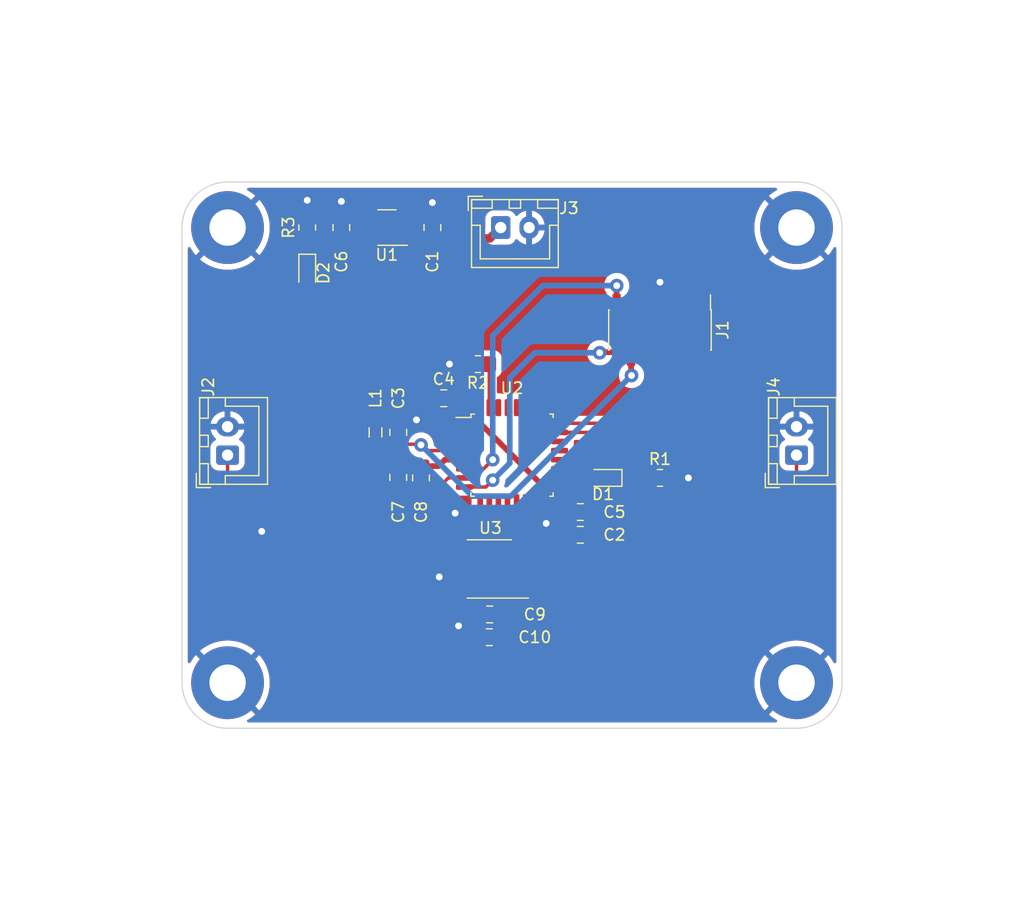
<source format=kicad_pcb>
(kicad_pcb (version 20211014) (generator pcbnew)
  (layers (0 "F.Cu" signal) (31 "B.Cu" signal) (34 "B.Paste" user) (35 "F.Paste" user) (36 "B.SilkS" user "B.Silkscreen") (37 "F.SilkS" user "F.Silkscreen") (38 "B.Mask" user) (39 "F.Mask" user) (44 "Edge.Cuts" user))
  (net 0 "")
  (net 1 "+3V3")
  (net 2 "GND")
  (net 3 "+5V")
  (net 4 "+3.3VA")
  (net 5 "Net-(D1-Pad1)")
  (net 6 "LED_STATUS")
  (net 7 "Net-(D2-Pad1)")
  (net 10 "SWDIO")
  (net 11 "SWDCK")
  (net 15 "NRST")
  (net 16 "USART2_RX")
  (net 17 "USART2_TX")
  (net 18 "ADC_IN1")
  (net 19 "DAC_OUT")
  (net 20 "Net-(R2-Pad1)")
  (net 21 "DAC_nLDAC")
  (net 22 "DAC_nCS")
  (net 23 "SPI1_SCK")
  (net 25 "SPI1_MOSI")
  (footprint "Inductor_SMD:L_0805_2012Metric_Pad1.05x1.20mm_HandSolder" (layer "F.Cu") (at 63 68 -90)
    (fp_text reference "L1" (at -3 0 90) (layer "F.SilkS"))
    (fp_text value "39n")
    (fp_line (start -0.410242 0.56) (end 0.410242 0.56) (layer "F.SilkS") (width 0.12))
    (fp_line (start -0.410242 -0.56) (end 0.410242 -0.56) (layer "F.SilkS") (width 0.12))
    (pad "1" smd roundrect (at -1.15 0 270) (size 1.05 1.2) (layers "F.Cu" "F.Paste" "F.Mask") (roundrect_rratio 0.238095) (net 1 "+3V3"))
    (pad "2" smd roundrect (at 1.15 0 270) (size 1.05 1.2) (layers "F.Cu" "F.Paste" "F.Mask") (roundrect_rratio 0.238095) (net 4 "+3.3VA"))
  )
  (footprint "Capacitor_SMD:C_0805_2012Metric" (layer "F.Cu") (at 73 86 180)
    (fp_text reference "C10" (at -4 0) (layer "F.SilkS"))
    (fp_text value "10u")
    (fp_line (start -0.261252 0.735) (end 0.261252 0.735) (layer "F.SilkS") (width 0.12))
    (fp_line (start -0.261252 -0.735) (end 0.261252 -0.735) (layer "F.SilkS") (width 0.12))
    (pad "1" smd roundrect (at -0.95 0 180) (size 1 1.45) (layers "F.Cu" "F.Paste" "F.Mask") (net 4 "+3.3VA"))
    (pad "2" smd roundrect (at 0.95 0 180) (size 1 1.45) (layers "F.Cu" "F.Paste" "F.Mask") (net 2 "GND"))
  )
  (footprint "Capacitor_SMD:C_0805_2012Metric_Pad1.18x1.45mm_HandSolder" (layer "F.Cu") (at 81 75 180)
    (fp_text reference "C5" (at -3 0) (layer "F.SilkS"))
    (fp_text value "100n")
    (fp_line (start -0.261252 0.735) (end 0.261252 0.735) (layer "F.SilkS") (width 0.12))
    (fp_line (start -0.261252 -0.735) (end 0.261252 -0.735) (layer "F.SilkS") (width 0.12))
    (pad "1" smd roundrect (at -1.0375 0 180) (size 1.175 1.45) (layers "F.Cu" "F.Paste" "F.Mask") (roundrect_rratio 0.212766) (net 1 "+3V3"))
    (pad "2" smd roundrect (at 1.0375 0 180) (size 1.175 1.45) (layers "F.Cu" "F.Paste" "F.Mask") (roundrect_rratio 0.212766) (net 2 "GND"))
  )
  (footprint "Capacitor_SMD:C_0805_2012Metric" (layer "F.Cu") (at 68 50 90)
    (fp_text reference "C1" (at -3 0 90) (layer "F.SilkS"))
    (fp_text value "1uF")
    (fp_line (start -0.261252 -0.735) (end 0.261252 -0.735) (layer "F.SilkS") (width 0.12))
    (fp_line (start -0.261252 0.735) (end 0.261252 0.735) (layer "F.SilkS") (width 0.12))
    (pad "1" smd roundrect (at -0.95 0 90) (size 1 1.45) (layers "F.Cu" "F.Paste" "F.Mask") (net 3 "+5V"))
    (pad "2" smd roundrect (at 0.95 0 90) (size 1 1.45) (layers "F.Cu" "F.Paste" "F.Mask") (net 2 "GND"))
  )
  (footprint "Package_TO_SOT_SMD:SOT-23-5" (layer "F.Cu") (at 64 50 180)
    (fp_text reference "U1" (at 0 -2.4) (layer "F.SilkS"))
    (fp_text value "BU33SD5WG-TR")
    (fp_line (start 0 -1.56) (end 0.8 -1.56) (layer "F.SilkS") (width 0.12))
    (fp_line (start 0 1.56) (end 0.8 1.56) (layer "F.SilkS") (width 0.12))
    (fp_line (start 0 1.56) (end -0.8 1.56) (layer "F.SilkS") (width 0.12))
    (fp_line (start 0 -1.56) (end -1.8 -1.56) (layer "F.SilkS") (width 0.12))
    (pad "1" smd roundrect (at -1.1375 -0.95 180) (size 1.325 0.6) (layers "F.Cu" "F.Paste" "F.Mask") (net 3 "+5V"))
    (pad "2" smd roundrect (at -1.1375 0 180) (size 1.325 0.6) (layers "F.Cu" "F.Paste" "F.Mask") (net 2 "GND"))
    (pad "3" smd roundrect (at -1.1375 0.95 180) (size 1.325 0.6) (layers "F.Cu" "F.Paste" "F.Mask") (net 3 "+5V"))
    (pad "4" smd roundrect (at 1.1375 0.95 180) (size 1.325 0.6) (layers "F.Cu" "F.Paste" "F.Mask"))
    (pad "5" smd roundrect (at 1.1375 -0.95 180) (size 1.325 0.6) (layers "F.Cu" "F.Paste" "F.Mask") (net 1 "+3V3"))
  )
  (footprint "Connector_PinHeader_1.27mm:PinHeader_2x07_P1.27mm_Vertical_SMD" (layer "F.Cu") (at 88 59 -90)
    (fp_text reference "J1" (at 0 -5.505 90) (layer "F.SilkS"))
    (fp_text value "Conn_02x07_Odd_Even")
    (fp_line (start 1.765 -4.505) (end 1.765 -4.44) (layer "F.SilkS") (width 0.12))
    (fp_line (start -1.765 4.505) (end 1.765 4.505) (layer "F.SilkS") (width 0.12))
    (fp_line (start -1.765 -4.505) (end 1.765 -4.505) (layer "F.SilkS") (width 0.12))
    (fp_line (start -3.09 -4.44) (end -1.765 -4.44) (layer "F.SilkS") (width 0.12))
    (fp_line (start -1.765 -4.505) (end -1.765 -4.44) (layer "F.SilkS") (width 0.12))
    (fp_line (start -1.765 4.44) (end -1.765 4.505) (layer "F.SilkS") (width 0.12))
    (fp_line (start 1.765 4.44) (end 1.765 4.505) (layer "F.SilkS") (width 0.12))
    (pad "1" smd rect (at -1.95 -3.81 270) (size 2.4 0.74) (layers "F.Cu" "F.Paste" "F.Mask"))
    (pad "2" smd rect (at 1.95 -3.81 270) (size 2.4 0.74) (layers "F.Cu" "F.Paste" "F.Mask"))
    (pad "3" smd rect (at -1.95 -2.54 270) (size 2.4 0.74) (layers "F.Cu" "F.Paste" "F.Mask") (net 1 "+3V3"))
    (pad "4" smd rect (at 1.95 -2.54 270) (size 2.4 0.74) (layers "F.Cu" "F.Paste" "F.Mask") (net 10 "SWDIO"))
    (pad "5" smd rect (at -1.95 -1.27 270) (size 2.4 0.74) (layers "F.Cu" "F.Paste" "F.Mask") (net 2 "GND"))
    (pad "6" smd rect (at 1.95 -1.27 270) (size 2.4 0.74) (layers "F.Cu" "F.Paste" "F.Mask") (net 11 "SWDCK"))
    (pad "7" smd rect (at -1.95 0 270) (size 2.4 0.74) (layers "F.Cu" "F.Paste" "F.Mask") (net 2 "GND"))
    (pad "8" smd rect (at 1.95 0 270) (size 2.4 0.74) (layers "F.Cu" "F.Paste" "F.Mask"))
    (pad "9" smd rect (at -1.95 1.27 270) (size 2.4 0.74) (layers "F.Cu" "F.Paste" "F.Mask"))
    (pad "10" smd rect (at 1.95 1.27 270) (size 2.4 0.74) (layers "F.Cu" "F.Paste" "F.Mask"))
    (pad "11" smd rect (at -1.95 2.54 270) (size 2.4 0.74) (layers "F.Cu" "F.Paste" "F.Mask") (net 2 "GND"))
    (pad "12" smd rect (at 1.95 2.54 270) (size 2.4 0.74) (layers "F.Cu" "F.Paste" "F.Mask") (net 15 "NRST"))
    (pad "13" smd rect (at -1.95 3.81 270) (size 2.4 0.74) (layers "F.Cu" "F.Paste" "F.Mask") (net 16 "USART2_RX"))
    (pad "14" smd rect (at 1.95 3.81 270) (size 2.4 0.74) (layers "F.Cu" "F.Paste" "F.Mask") (net 17 "USART2_TX"))
  )
  (footprint "LED_SMD:LED_0603_1608Metric_Pad1.05x0.95mm_HandSolder" (layer "F.Cu") (at 57 54 -90)
    (fp_text reference "D2" (at 0 -1.43 90) (layer "F.SilkS"))
    (fp_text value "GREEN LED")
    (fp_line (start -1.66 0.735) (end 0.8 0.735) (layer "F.SilkS") (width 0.12))
    (fp_line (start 0.8 -0.735) (end -1.66 -0.735) (layer "F.SilkS") (width 0.12))
    (fp_line (start -1.66 -0.735) (end -1.66 0.735) (layer "F.SilkS") (width 0.12))
    (pad "1" smd roundrect (at -0.875 0 270) (size 1.05 0.95) (layers "F.Cu" "F.Paste" "F.Mask") (net 7 "Net-(D2-Pad1)"))
    (pad "2" smd roundrect (at 0.875 0 270) (size 1.05 0.95) (layers "F.Cu" "F.Paste" "F.Mask") (net 1 "+3V3"))
  )
  (footprint "MountingHole:MountingHole_3.2mm_M3_Pad" (layer "F.Cu") (at 100 50)
    (fp_text reference "H2" hide)
    (fp_text value "MountingHole_Pad")
    (pad "1" thru_hole circle (at 0 0) (size 6.4 6.4) (drill 3.2) (layers *.Cu *.Mask) (net 2 "GND"))
  )
  (footprint "LED_SMD:LED_0603_1608Metric_Pad1.05x0.95mm_HandSolder" (layer "F.Cu") (at 83 72 180)
    (fp_text reference "D1" (at 0 -1.43) (layer "F.SilkS"))
    (fp_text value "ORANGE TLMO1100-GS8")
    (fp_line (start 0.8 -0.735) (end -1.66 -0.735) (layer "F.SilkS") (width 0.12))
    (fp_line (start -1.66 0.735) (end 0.8 0.735) (layer "F.SilkS") (width 0.12))
    (fp_line (start -1.66 -0.735) (end -1.66 0.735) (layer "F.SilkS") (width 0.12))
    (pad "1" smd roundrect (at -0.875 0 180) (size 1.05 0.95) (layers "F.Cu" "F.Paste" "F.Mask") (net 5 "Net-(D1-Pad1)"))
    (pad "2" smd roundrect (at 0.875 0 180) (size 1.05 0.95) (layers "F.Cu" "F.Paste" "F.Mask") (net 6 "LED_STATUS"))
  )
  (footprint "Connector_JST:JST_XH_B2B-XH-A_1x02_P2.50mm_Vertical" (layer "F.Cu") (at 50 70 90)
    (fp_text reference "J2" (at 6 -1.7 90) (layer "F.SilkS"))
    (fp_text value "INPUT")
    (fp_line (start -2.55 -0.2) (end -1.8 -0.2) (layer "F.SilkS") (width 0.12))
    (fp_line (start 1.75 -2.45) (end 0.75 -2.45) (layer "F.SilkS") (width 0.12))
    (fp_line (start -1.6 -2.75) (end -2.85 -2.75) (layer "F.SilkS") (width 0.12))
    (fp_line (start 3.25 -1.7) (end 5.05 -1.7) (layer "F.SilkS") (width 0.12))
    (fp_line (start -1.8 -0.2) (end -1.8 2.75) (layer "F.SilkS") (width 0.12))
    (fp_line (start -0.75 -1.7) (end -0.75 -2.45) (layer "F.SilkS") (width 0.12))
    (fp_line (start -2.85 -2.75) (end -2.85 -1.5) (layer "F.SilkS") (width 0.12))
    (fp_line (start 5.06 3.51) (end 5.06 -2.46) (layer "F.SilkS") (width 0.12))
    (fp_line (start 5.05 -1.7) (end 5.05 -2.45) (layer "F.SilkS") (width 0.12))
    (fp_line (start 4.3 2.75) (end 1.25 2.75) (layer "F.SilkS") (width 0.12))
    (fp_line (start -2.55 -2.45) (end -2.55 -1.7) (layer "F.SilkS") (width 0.12))
    (fp_line (start 5.06 -2.46) (end -2.56 -2.46) (layer "F.SilkS") (width 0.12))
    (fp_line (start 5.05 -2.45) (end 3.25 -2.45) (layer "F.SilkS") (width 0.12))
    (fp_line (start 0.75 -2.45) (end 0.75 -1.7) (layer "F.SilkS") (width 0.12))
    (fp_line (start 1.75 -1.7) (end 1.75 -2.45) (layer "F.SilkS") (width 0.12))
    (fp_line (start -2.56 -2.46) (end -2.56 3.51) (layer "F.SilkS") (width 0.12))
    (fp_line (start -2.55 -1.7) (end -0.75 -1.7) (layer "F.SilkS") (width 0.12))
    (fp_line (start -1.8 2.75) (end 1.25 2.75) (layer "F.SilkS") (width 0.12))
    (fp_line (start -0.75 -2.45) (end -2.55 -2.45) (layer "F.SilkS") (width 0.12))
    (fp_line (start 0.75 -1.7) (end 1.75 -1.7) (layer "F.SilkS") (width 0.12))
    (fp_line (start 5.05 -0.2) (end 4.3 -0.2) (layer "F.SilkS") (width 0.12))
    (fp_line (start 4.3 -0.2) (end 4.3 2.75) (layer "F.SilkS") (width 0.12))
    (fp_line (start 3.25 -2.45) (end 3.25 -1.7) (layer "F.SilkS") (width 0.12))
    (fp_line (start -2.56 3.51) (end 5.06 3.51) (layer "F.SilkS") (width 0.12))
    (pad "1" thru_hole roundrect (at 0 0 90) (size 1.7 2) (drill 1) (layers *.Cu *.Mask) (roundrect_rratio 0.147059) (net 18 "ADC_IN1"))
    (pad "2" thru_hole oval (at 2.5 0 90) (size 1.7 2) (drill 1) (layers *.Cu *.Mask) (net 2 "GND"))
  )
  (footprint "MountingHole:MountingHole_3.2mm_M3_Pad" (layer "F.Cu") (at 50 50)
    (fp_text reference "H1" hide)
    (fp_text value "MountingHole_Pad")
    (pad "1" thru_hole circle (at 0 0) (size 6.4 6.4) (drill 3.2) (layers *.Cu *.Mask) (net 2 "GND"))
  )
  (footprint "Resistor_SMD:R_0805_2012Metric_Pad1.20x1.40mm_HandSolder" (layer "F.Cu") (at 72 62 180)
    (fp_text reference "R2" (at 0 -1.65) (layer "F.SilkS"))
    (fp_text value "100k")
    (fp_line (start -0.227064 -0.735) (end 0.227064 -0.735) (layer "F.SilkS") (width 0.12))
    (fp_line (start -0.227064 0.735) (end 0.227064 0.735) (layer "F.SilkS") (width 0.12))
    (pad "1" smd roundrect (at -1 0 180) (size 1.2 1.4) (layers "F.Cu" "F.Paste" "F.Mask") (roundrect_rratio 0.208333) (net 20 "Net-(R2-Pad1)"))
    (pad "2" smd roundrect (at 1 0 180) (size 1.2 1.4) (layers "F.Cu" "F.Paste" "F.Mask") (roundrect_rratio 0.208333) (net 2 "GND"))
  )
  (footprint "Resistor_SMD:R_0805_2012Metric_Pad1.20x1.40mm_HandSolder" (layer "F.Cu") (at 88 72)
    (fp_text reference "R1" (at 0 -1.65) (layer "F.SilkS"))
    (fp_text value "1k")
    (fp_line (start -0.227064 0.735) (end 0.227064 0.735) (layer "F.SilkS") (width 0.12))
    (fp_line (start -0.227064 -0.735) (end 0.227064 -0.735) (layer "F.SilkS") (width 0.12))
    (pad "1" smd roundrect (at -1 0) (size 1.2 1.4) (layers "F.Cu" "F.Paste" "F.Mask") (roundrect_rratio 0.208333) (net 5 "Net-(D1-Pad1)"))
    (pad "2" smd roundrect (at 1 0) (size 1.2 1.4) (layers "F.Cu" "F.Paste" "F.Mask") (roundrect_rratio 0.208333) (net 2 "GND"))
  )
  (footprint "Resistor_SMD:R_0805_2012Metric_Pad1.20x1.40mm_HandSolder" (layer "F.Cu") (at 57 50 90)
    (fp_text reference "R3" (at 0 -1.65 90) (layer "F.SilkS"))
    (fp_text value "1k")
    (fp_line (start -0.227064 0.735) (end 0.227064 0.735) (layer "F.SilkS") (width 0.12))
    (fp_line (start -0.227064 -0.735) (end 0.227064 -0.735) (layer "F.SilkS") (width 0.12))
    (pad "1" smd roundrect (at -1 0 90) (size 1.2 1.4) (layers "F.Cu" "F.Paste" "F.Mask") (roundrect_rratio 0.208333) (net 7 "Net-(D2-Pad1)"))
    (pad "2" smd roundrect (at 1 0 90) (size 1.2 1.4) (layers "F.Cu" "F.Paste" "F.Mask") (roundrect_rratio 0.208333) (net 2 "GND"))
  )
  (footprint "Package_QFP:LQFP-32_7x7mm_P0.8mm" (layer "F.Cu") (at 75 70)
    (fp_text reference "U2" (at 0 -5.88) (layer "F.SilkS"))
    (fp_text value "STM32L021K4T6")
    (fp_line (start 3.31 -3.61) (end 3.61 -3.61) (layer "F.SilkS") (width 0.12))
    (fp_line (start -3.61 -3.31) (end -4.925 -3.31) (layer "F.SilkS") (width 0.12))
    (fp_line (start -3.31 3.61) (end -3.61 3.61) (layer "F.SilkS") (width 0.12))
    (fp_line (start -3.31 -3.61) (end -3.61 -3.61) (layer "F.SilkS") (width 0.12))
    (fp_line (start 3.61 3.61) (end 3.61 3.31) (layer "F.SilkS") (width 0.12))
    (fp_line (start -3.61 -3.61) (end -3.61 -3.31) (layer "F.SilkS") (width 0.12))
    (fp_line (start 3.61 -3.61) (end 3.61 -3.31) (layer "F.SilkS") (width 0.12))
    (fp_line (start -3.61 3.61) (end -3.61 3.31) (layer "F.SilkS") (width 0.12))
    (fp_line (start 3.31 3.61) (end 3.61 3.61) (layer "F.SilkS") (width 0.12))
    (pad "1" smd roundrect (at -4.175 -2.8) (size 1.5 0.5) (layers "F.Cu" "F.Paste" "F.Mask") (net 1 "+3V3"))
    (pad "2" smd roundrect (at -4.175 -2) (size 1.5 0.5) (layers "F.Cu" "F.Paste" "F.Mask"))
    (pad "3" smd roundrect (at -4.175 -1.2) (size 1.5 0.5) (layers "F.Cu" "F.Paste" "F.Mask"))
    (pad "4" smd roundrect (at -4.175 -0.4) (size 1.5 0.5) (layers "F.Cu" "F.Paste" "F.Mask") (net 15 "NRST"))
    (pad "5" smd roundrect (at -4.175 0.4) (size 1.5 0.5) (layers "F.Cu" "F.Paste" "F.Mask") (net 4 "+3.3VA"))
    (pad "6" smd roundrect (at -4.175 1.2) (size 1.5 0.5) (layers "F.Cu" "F.Paste" "F.Mask") (net 16 "USART2_RX"))
    (pad "7" smd roundrect (at -4.175 2) (size 1.5 0.5) (layers "F.Cu" "F.Paste" "F.Mask") (net 18 "ADC_IN1"))
    (pad "8" smd roundrect (at -4.175 2.8) (size 1.5 0.5) (layers "F.Cu" "F.Paste" "F.Mask") (net 17 "USART2_TX"))
    (pad "9" smd roundrect (at -2.8 4.175) (size 0.5 1.5) (layers "F.Cu" "F.Paste" "F.Mask") (net 21 "DAC_nLDAC"))
    (pad "10" smd roundrect (at -2 4.175) (size 0.5 1.5) (layers "F.Cu" "F.Paste" "F.Mask") (net 22 "DAC_nCS"))
    (pad "11" smd roundrect (at -1.2 4.175) (size 0.5 1.5) (layers "F.Cu" "F.Paste" "F.Mask") (net 23 "SPI1_SCK"))
    (pad "12" smd roundrect (at -0.4 4.175) (size 0.5 1.5) (layers "F.Cu" "F.Paste" "F.Mask"))
    (pad "13" smd roundrect (at 0.4 4.175) (size 0.5 1.5) (layers "F.Cu" "F.Paste" "F.Mask") (net 25 "SPI1_MOSI"))
    (pad "14" smd roundrect (at 1.2 4.175) (size 0.5 1.5) (layers "F.Cu" "F.Paste" "F.Mask"))
    (pad "15" smd roundrect (at 2 4.175) (size 0.5 1.5) (layers "F.Cu" "F.Paste" "F.Mask"))
    (pad "16" smd roundrect (at 2.8 4.175) (size 0.5 1.5) (layers "F.Cu" "F.Paste" "F.Mask") (net 2 "GND"))
    (pad "17" smd roundrect (at 4.175 2.8) (size 1.5 0.5) (layers "F.Cu" "F.Paste" "F.Mask") (net 1 "+3V3"))
    (pad "18" smd roundrect (at 4.175 2) (size 1.5 0.5) (layers "F.Cu" "F.Paste" "F.Mask") (net 6 "LED_STATUS"))
    (pad "19" smd roundrect (at 4.175 1.2) (size 1.5 0.5) (layers "F.Cu" "F.Paste" "F.Mask"))
    (pad "20" smd roundrect (at 4.175 0.4) (size 1.5 0.5) (layers "F.Cu" "F.Paste" "F.Mask"))
    (pad "21" smd roundrect (at 4.175 -0.4) (size 1.5 0.5) (layers "F.Cu" "F.Paste" "F.Mask"))
    (pad "22" smd roundrect (at 4.175 -1.2) (size 1.5 0.5) (layers "F.Cu" "F.Paste" "F.Mask"))
    (pad "23" smd roundrect (at 4.175 -2) (size 1.5 0.5) (layers "F.Cu" "F.Paste" "F.Mask") (net 10 "SWDIO"))
    (pad "24" smd roundrect (at 4.175 -2.8) (size 1.5 0.5) (layers "F.Cu" "F.Paste" "F.Mask") (net 11 "SWDCK"))
    (pad "25" smd roundrect (at 2.8 -4.175) (size 0.5 1.5) (layers "F.Cu" "F.Paste" "F.Mask"))
    (pad "26" smd roundrect (at 2 -4.175) (size 0.5 1.5) (layers "F.Cu" "F.Paste" "F.Mask"))
    (pad "27" smd roundrect (at 1.2 -4.175) (size 0.5 1.5) (layers "F.Cu" "F.Paste" "F.Mask"))
    (pad "28" smd roundrect (at 0.4 -4.175) (size 0.5 1.5) (layers "F.Cu" "F.Paste" "F.Mask"))
    (pad "29" smd roundrect (at -0.4 -4.175) (size 0.5 1.5) (layers "F.Cu" "F.Paste" "F.Mask"))
    (pad "30" smd roundrect (at -1.2 -4.175) (size 0.5 1.5) (layers "F.Cu" "F.Paste" "F.Mask"))
    (pad "31" smd roundrect (at -2 -4.175) (size 0.5 1.5) (layers "F.Cu" "F.Paste" "F.Mask") (net 20 "Net-(R2-Pad1)"))
    (pad "32" smd roundrect (at -2.8 -4.175) (size 0.5 1.5) (layers "F.Cu" "F.Paste" "F.Mask") (net 2 "GND"))
  )
  (footprint "Package_SO:SOIC-8_3.9x4.9mm_P1.27mm" (layer "F.Cu") (at 73 80 180)
    (fp_text reference "U3" (at -0.1 3.6) (layer "F.SilkS"))
    (fp_text value "MCP4801-E/SN")
    (fp_line (start 0 -2.56) (end -3.45 -2.56) (layer "F.SilkS") (width 0.12))
    (fp_line (start 0 2.56) (end -1.95 2.56) (layer "F.SilkS") (width 0.12))
    (fp_line (start 0 2.56) (end 1.95 2.56) (layer "F.SilkS") (width 0.12))
    (fp_line (start 0 -2.56) (end 1.95 -2.56) (layer "F.SilkS") (width 0.12))
    (pad "1" smd roundrect (at -2.475 -1.905 180) (size 1.95 0.6) (layers "F.Cu" "F.Paste" "F.Mask") (net 4 "+3.3VA"))
    (pad "2" smd roundrect (at -2.475 -0.635 180) (size 1.95 0.6) (layers "F.Cu" "F.Paste" "F.Mask") (net 22 "DAC_nCS"))
    (pad "3" smd roundrect (at -2.475 0.635 180) (size 1.95 0.6) (layers "F.Cu" "F.Paste" "F.Mask") (net 23 "SPI1_SCK"))
    (pad "4" smd roundrect (at -2.475 1.905 180) (size 1.95 0.6) (layers "F.Cu" "F.Paste" "F.Mask") (net 25 "SPI1_MOSI"))
    (pad "5" smd roundrect (at 2.475 1.905 180) (size 1.95 0.6) (layers "F.Cu" "F.Paste" "F.Mask") (net 21 "DAC_nLDAC"))
    (pad "6" smd roundrect (at 2.475 0.635 180) (size 1.95 0.6) (layers "F.Cu" "F.Paste" "F.Mask") (net 4 "+3.3VA"))
    (pad "7" smd roundrect (at 2.475 -0.635 180) (size 1.95 0.6) (layers "F.Cu" "F.Paste" "F.Mask") (net 2 "GND"))
    (pad "8" smd roundrect (at 2.475 -1.905 180) (size 1.95 0.6) (layers "F.Cu" "F.Paste" "F.Mask") (net 19 "DAC_OUT"))
  )
  (footprint "Capacitor_SMD:C_0805_2012Metric_Pad1.18x1.45mm_HandSolder" (layer "F.Cu") (at 69 65)
    (fp_text reference "C4" (at 0 -1.68) (layer "F.SilkS"))
    (fp_text value "100n")
    (fp_line (start -0.261252 -0.735) (end 0.261252 -0.735) (layer "F.SilkS") (width 0.12))
    (fp_line (start -0.261252 0.735) (end 0.261252 0.735) (layer "F.SilkS") (width 0.12))
    (pad "1" smd roundrect (at -1.0375 0) (size 1.175 1.45) (layers "F.Cu" "F.Paste" "F.Mask") (roundrect_rratio 0.212766) (net 1 "+3V3"))
    (pad "2" smd roundrect (at 1.0375 0) (size 1.175 1.45) (layers "F.Cu" "F.Paste" "F.Mask") (roundrect_rratio 0.212766) (net 2 "GND"))
  )
  (footprint "Connector_JST:JST_XH_B2B-XH-A_1x02_P2.50mm_Vertical" (layer "F.Cu") (at 100 70 90)
    (fp_text reference "J4" (at 6 -2 90) (layer "F.SilkS"))
    (fp_text value "OUTPUT")
    (fp_line (start -0.75 -1.7) (end -0.75 -2.45) (layer "F.SilkS") (width 0.12))
    (fp_line (start -2.55 -1.7) (end -0.75 -1.7) (layer "F.SilkS") (width 0.12))
    (fp_line (start 5.06 3.51) (end 5.06 -2.46) (layer "F.SilkS") (width 0.12))
    (fp_line (start 0.75 -1.7) (end 1.75 -1.7) (layer "F.SilkS") (width 0.12))
    (fp_line (start -2.56 3.51) (end 5.06 3.51) (layer "F.SilkS") (width 0.12))
    (fp_line (start 5.05 -0.2) (end 4.3 -0.2) (layer "F.SilkS") (width 0.12))
    (fp_line (start -1.6 -2.75) (end -2.85 -2.75) (layer "F.SilkS") (width 0.12))
    (fp_line (start 3.25 -2.45) (end 3.25 -1.7) (layer "F.SilkS") (width 0.12))
    (fp_line (start -2.55 -2.45) (end -2.55 -1.7) (layer "F.SilkS") (width 0.12))
    (fp_line (start 5.05 -2.45) (end 3.25 -2.45) (layer "F.SilkS") (width 0.12))
    (fp_line (start 4.3 -0.2) (end 4.3 2.75) (layer "F.SilkS") (width 0.12))
    (fp_line (start 1.75 -1.7) (end 1.75 -2.45) (layer "F.SilkS") (width 0.12))
    (fp_line (start -0.75 -2.45) (end -2.55 -2.45) (layer "F.SilkS") (width 0.12))
    (fp_line (start -1.8 -0.2) (end -1.8 2.75) (layer "F.SilkS") (width 0.12))
    (fp_line (start -1.8 2.75) (end 1.25 2.75) (layer "F.SilkS") (width 0.12))
    (fp_line (start 3.25 -1.7) (end 5.05 -1.7) (layer "F.SilkS") (width 0.12))
    (fp_line (start -2.85 -2.75) (end -2.85 -1.5) (layer "F.SilkS") (width 0.12))
    (fp_line (start 5.05 -1.7) (end 5.05 -2.45) (layer "F.SilkS") (width 0.12))
    (fp_line (start -2.56 -2.46) (end -2.56 3.51) (layer "F.SilkS") (width 0.12))
    (fp_line (start 5.06 -2.46) (end -2.56 -2.46) (layer "F.SilkS") (width 0.12))
    (fp_line (start 1.75 -2.45) (end 0.75 -2.45) (layer "F.SilkS") (width 0.12))
    (fp_line (start 4.3 2.75) (end 1.25 2.75) (layer "F.SilkS") (width 0.12))
    (fp_line (start 0.75 -2.45) (end 0.75 -1.7) (layer "F.SilkS") (width 0.12))
    (fp_line (start -2.55 -0.2) (end -1.8 -0.2) (layer "F.SilkS") (width 0.12))
    (pad "1" thru_hole roundrect (at 0 0 90) (size 1.7 2) (drill 1) (layers *.Cu *.Mask) (roundrect_rratio 0.147059) (net 19 "DAC_OUT"))
    (pad "2" thru_hole oval (at 2.5 0 90) (size 1.7 2) (drill 1) (layers *.Cu *.Mask) (net 2 "GND"))
  )
  (footprint "Capacitor_SMD:C_0805_2012Metric" (layer "F.Cu") (at 60 50 90)
    (fp_text reference "C6" (at -3 0 90) (layer "F.SilkS"))
    (fp_text value "1uF")
    (fp_line (start -0.261252 -0.735) (end 0.261252 -0.735) (layer "F.SilkS") (width 0.12))
    (fp_line (start -0.261252 0.735) (end 0.261252 0.735) (layer "F.SilkS") (width 0.12))
    (pad "1" smd roundrect (at -0.95 0 90) (size 1 1.45) (layers "F.Cu" "F.Paste" "F.Mask") (net 1 "+3V3"))
    (pad "2" smd roundrect (at 0.95 0 90) (size 1 1.45) (layers "F.Cu" "F.Paste" "F.Mask") (net 2 "GND"))
  )
  (footprint "Capacitor_SMD:C_0805_2012Metric_Pad1.18x1.45mm_HandSolder" (layer "F.Cu") (at 65 68 90)
    (fp_text reference "C3" (at 3 0 90) (layer "F.SilkS"))
    (fp_text value "100n")
    (fp_line (start -0.261252 0.735) (end 0.261252 0.735) (layer "F.SilkS") (width 0.12))
    (fp_line (start -0.261252 -0.735) (end 0.261252 -0.735) (layer "F.SilkS") (width 0.12))
    (pad "1" smd roundrect (at -1.0375 0 90) (size 1.175 1.45) (layers "F.Cu" "F.Paste" "F.Mask") (roundrect_rratio 0.212766) (net 15 "NRST"))
    (pad "2" smd roundrect (at 1.0375 0 90) (size 1.175 1.45) (layers "F.Cu" "F.Paste" "F.Mask") (roundrect_rratio 0.212766) (net 2 "GND"))
  )
  (footprint "Capacitor_SMD:C_0805_2012Metric_Pad1.18x1.45mm_HandSolder" (layer "F.Cu") (at 65 71.9625 -90)
    (fp_text reference "C7" (at 3.0375 0 90) (layer "F.SilkS"))
    (fp_text value "1u")
    (fp_line (start -0.261252 0.735) (end 0.261252 0.735) (layer "F.SilkS") (width 0.12))
    (fp_line (start -0.261252 -0.735) (end 0.261252 -0.735) (layer "F.SilkS") (width 0.12))
    (pad "1" smd roundrect (at -1.0375 0 270) (size 1.175 1.45) (layers "F.Cu" "F.Paste" "F.Mask") (roundrect_rratio 0.212766) (net 4 "+3.3VA"))
    (pad "2" smd roundrect (at 1.0375 0 270) (size 1.175 1.45) (layers "F.Cu" "F.Paste" "F.Mask") (roundrect_rratio 0.212766) (net 2 "GND"))
  )
  (footprint "MountingHole:MountingHole_3.2mm_M3_Pad" (layer "F.Cu") (at 100 90)
    (fp_text reference "H4" hide)
    (fp_text value "MountingHole_Pad")
    (pad "1" thru_hole circle (at 0 0) (size 6.4 6.4) (drill 3.2) (layers *.Cu *.Mask) (net 2 "GND"))
  )
  (footprint "Capacitor_SMD:C_0805_2012Metric_Pad1.18x1.45mm_HandSolder" (layer "F.Cu") (at 67 72 -90)
    (fp_text reference "C8" (at 3 0 90) (layer "F.SilkS"))
    (fp_text value "10n")
    (fp_line (start -0.261252 -0.735) (end 0.261252 -0.735) (layer "F.SilkS") (width 0.12))
    (fp_line (start -0.261252 0.735) (end 0.261252 0.735) (layer "F.SilkS") (width 0.12))
    (pad "1" smd roundrect (at -1.0375 0 270) (size 1.175 1.45) (layers "F.Cu" "F.Paste" "F.Mask") (roundrect_rratio 0.212766) (net 4 "+3.3VA"))
    (pad "2" smd roundrect (at 1.0375 0 270) (size 1.175 1.45) (layers "F.Cu" "F.Paste" "F.Mask") (roundrect_rratio 0.212766) (net 2 "GND"))
  )
  (footprint "MountingHole:MountingHole_3.2mm_M3_Pad" (layer "F.Cu") (at 50 90)
    (fp_text reference "H3" hide)
    (fp_text value "MountingHole_Pad")
    (pad "1" thru_hole circle (at 0 0) (size 6.4 6.4) (drill 3.2) (layers *.Cu *.Mask) (net 2 "GND"))
  )
  (footprint "Capacitor_SMD:C_0805_2012Metric_Pad1.18x1.45mm_HandSolder" (layer "F.Cu") (at 81 77 180)
    (fp_text reference "C2" (at -3 0) (layer "F.SilkS"))
    (fp_text value "4u7")
    (fp_line (start -0.261252 0.735) (end 0.261252 0.735) (layer "F.SilkS") (width 0.12))
    (fp_line (start -0.261252 -0.735) (end 0.261252 -0.735) (layer "F.SilkS") (width 0.12))
    (pad "1" smd roundrect (at -1.0375 0 180) (size 1.175 1.45) (layers "F.Cu" "F.Paste" "F.Mask") (roundrect_rratio 0.212766) (net 1 "+3V3"))
    (pad "2" smd roundrect (at 1.0375 0 180) (size 1.175 1.45) (layers "F.Cu" "F.Paste" "F.Mask") (roundrect_rratio 0.212766) (net 2 "GND"))
  )
  (footprint "Capacitor_SMD:C_0805_2012Metric_Pad1.18x1.45mm_HandSolder" (layer "F.Cu") (at 73.0375 84 180)
    (fp_text reference "C9" (at -3.9625 0) (layer "F.SilkS"))
    (fp_text value "100n")
    (fp_line (start -0.261252 0.735) (end 0.261252 0.735) (layer "F.SilkS") (width 0.12))
    (fp_line (start -0.261252 -0.735) (end 0.261252 -0.735) (layer "F.SilkS") (width 0.12))
    (pad "1" smd roundrect (at -1.0375 0 180) (size 1.175 1.45) (layers "F.Cu" "F.Paste" "F.Mask") (roundrect_rratio 0.212766) (net 4 "+3.3VA"))
    (pad "2" smd roundrect (at 1.0375 0 180) (size 1.175 1.45) (layers "F.Cu" "F.Paste" "F.Mask") (roundrect_rratio 0.212766) (net 2 "GND"))
  )
  (footprint "Connector_JST:JST_XH_B2B-XH-A_1x02_P2.50mm_Vertical" (layer "F.Cu") (at 74 50)
    (fp_text reference "J3" (at 6 -1.7) (layer "F.SilkS"))
    (fp_text value "POWER")
    (fp_line (start -1.6 -2.75) (end -2.85 -2.75) (layer "F.SilkS") (width 0.12))
    (fp_line (start 4.3 2.75) (end 1.25 2.75) (layer "F.SilkS") (width 0.12))
    (fp_line (start -0.75 -2.45) (end -2.55 -2.45) (layer "F.SilkS") (width 0.12))
    (fp_line (start 0.75 -1.7) (end 1.75 -1.7) (layer "F.SilkS") (width 0.12))
    (fp_line (start 0.75 -2.45) (end 0.75 -1.7) (layer "F.SilkS") (width 0.12))
    (fp_line (start -2.55 -0.2) (end -1.8 -0.2) (layer "F.SilkS") (width 0.12))
    (fp_line (start 3.25 -1.7) (end 5.05 -1.7) (layer "F.SilkS") (width 0.12))
    (fp_line (start 3.25 -2.45) (end 3.25 -1.7) (layer "F.SilkS") (width 0.12))
    (fp_line (start 5.06 -2.46) (end -2.56 -2.46) (layer "F.SilkS") (width 0.12))
    (fp_line (start 1.75 -1.7) (end 1.75 -2.45) (layer "F.SilkS") (width 0.12))
    (fp_line (start -0.75 -1.7) (end -0.75 -2.45) (layer "F.SilkS") (width 0.12))
    (fp_line (start -2.55 -2.45) (end -2.55 -1.7) (layer "F.SilkS") (width 0.12))
    (fp_line (start -2.85 -2.75) (end -2.85 -1.5) (layer "F.SilkS") (width 0.12))
    (fp_line (start 4.3 -0.2) (end 4.3 2.75) (layer "F.SilkS") (width 0.12))
    (fp_line (start -2.55 -1.7) (end -0.75 -1.7) (layer "F.SilkS") (width 0.12))
    (fp_line (start 5.05 -0.2) (end 4.3 -0.2) (layer "F.SilkS") (width 0.12))
    (fp_line (start -1.8 2.75) (end 1.25 2.75) (layer "F.SilkS") (width 0.12))
    (fp_line (start 1.75 -2.45) (end 0.75 -2.45) (layer "F.SilkS") (width 0.12))
    (fp_line (start -1.8 -0.2) (end -1.8 2.75) (layer "F.SilkS") (width 0.12))
    (fp_line (start 5.06 3.51) (end 5.06 -2.46) (layer "F.SilkS") (width 0.12))
    (fp_line (start -2.56 -2.46) (end -2.56 3.51) (layer "F.SilkS") (width 0.12))
    (fp_line (start 5.05 -1.7) (end 5.05 -2.45) (layer "F.SilkS") (width 0.12))
    (fp_line (start 5.05 -2.45) (end 3.25 -2.45) (layer "F.SilkS") (width 0.12))
    (fp_line (start -2.56 3.51) (end 5.06 3.51) (layer "F.SilkS") (width 0.12))
    (pad "1" thru_hole roundrect (at 0 0) (size 1.7 2) (drill 1) (layers *.Cu *.Mask) (roundrect_rratio 0.147059) (net 3 "+5V"))
    (pad "2" thru_hole oval (at 2.5 0) (size 1.7 2) (drill 1) (layers *.Cu *.Mask) (net 2 "GND"))
  )
  (gr_line (start 46 90) (end 46 50) (layer "Edge.Cuts") (width 0.1))
  (gr_line (start 50 46) (end 100 46) (layer "Edge.Cuts") (width 0.1))
  (gr_line (start 100 94) (end 50 94) (layer "Edge.Cuts") (width 0.1))
  (gr_arc (start 104 90) (mid 102.828427 92.828427) (end 100 94) (layer "Edge.Cuts") (width 0.1))
  (gr_arc (start 50 94) (mid 47.171573 92.828427) (end 46 90) (layer "Edge.Cuts") (width 0.1))
  (gr_arc (start 100 46) (mid 102.828427 47.171573) (end 104 50) (layer "Edge.Cuts") (width 0.1))
  (gr_line (start 104 50) (end 104 90) (layer "Edge.Cuts") (width 0.1))
  (gr_arc (start 46 50) (mid 47.171573 47.171573) (end 50 46) (layer "Edge.Cuts") (width 0.1))
  (segment (start 64.1 65) (end 63 66.1) (width 0.75) (layer "F.Cu") (net 1))
  (segment (start 62.8625 50.95) (end 60 50.95) (width 0.5) (layer "F.Cu") (net 1))
  (segment (start 58.625 54.875) (end 57 54.875) (width 0.75) (layer "F.Cu") (net 1))
  (segment (start 90.54 54.64) (end 89.4 53.5) (width 0.5) (layer "F.Cu") (net 1))
  (segment (start 82.0375 73.6375) (end 82.0375 75) (width 0.5) (layer "F.Cu") (net 1))
  (segment (start 81.2 72.8) (end 82.0375 73.6375) (width 0.5) (layer "F.Cu") (net 1))
  (segment (start 67.9625 66.1625) (end 67.9625 65) (width 0.5) (layer "F.Cu") (net 1))
  (segment (start 60 50.95) (end 60 53.5) (width 0.75) (layer "F.Cu") (net 1))
  (segment (start 60 53.5) (end 58.625 54.875) (width 0.75) (layer "F.Cu") (net 1))
  (segment (start 63.9 53.5) (end 60 53.5) (width 0.75) (layer "F.Cu") (net 1))
  (segment (start 79.175 72.8) (end 81.2 72.8) (width 0.5) (layer "F.Cu") (net 1))
  (segment (start 72.2 67.2) (end 77.8 72.8) (width 0.5) (layer "F.Cu") (net 1))
  (segment (start 67.9625 65) (end 64.1 65) (width 0.75) (layer "F.Cu") (net 1))
  (segment (start 77.8 72.8) (end 79.175 72.8) (width 0.5) (layer "F.Cu") (net 1))
  (segment (start 67.9625 65) (end 67.9625 57.5625) (width 0.75) (layer "F.Cu") (net 1))
  (segment (start 89.4 53.5) (end 63.9 53.5) (width 0.5) (layer "F.Cu") (net 1))
  (segment (start 67.9625 57.5625) (end 63.9 53.5) (width 0.75) (layer "F.Cu") (net 1))
  (segment (start 70.825 67.2) (end 72.2 67.2) (width 0.5) (layer "F.Cu") (net 1))
  (segment (start 90.54 57.05) (end 90.54 54.64) (width 0.5) (layer "F.Cu") (net 1))
  (segment (start 82.0375 77) (end 82.0375 75) (width 0.5) (layer "F.Cu") (net 1))
  (segment (start 63 66.1) (end 63 66.85) (width 0.75) (layer "F.Cu") (net 1))
  (segment (start 70.825 67.2) (end 69 67.2) (width 0.5) (layer "F.Cu") (net 1))
  (segment (start 69 67.2) (end 67.9625 66.1625) (width 0.5) (layer "F.Cu") (net 1))
  (via (at 70.3 85) (size 1.2) (drill 0.6) (layers "F.Cu" "B.Cu") (net 2))
  (via (at 70 75.1) (size 1.2) (drill 0.6) (layers "F.Cu" "B.Cu") (net 2))
  (via (at 53 76.7) (size 1.2) (drill 0.6) (layers "F.Cu" "B.Cu") (net 2))
  (via (at 69.5 62) (size 1.2) (drill 0.6) (layers "F.Cu" "B.Cu") (net 2))
  (via (at 78 76) (size 1.2) (drill 0.6) (layers "F.Cu" "B.Cu") (net 2))
  (via (at 66.6 66.9) (size 1.2) (drill 0.6) (layers "F.Cu" "B.Cu") (net 2))
  (via (at 68.6 80.7) (size 1.2) (drill 0.6) (layers "F.Cu" "B.Cu") (net 2))
  (via (at 88 54.8) (size 1.2) (drill 0.6) (layers "F.Cu" "B.Cu") (net 2))
  (via (at 68 47.8) (size 1.2) (drill 0.6) (layers "F.Cu" "B.Cu") (net 2))
  (via (at 60 47.7) (size 1.2) (drill 0.6) (layers "F.Cu" "B.Cu") (net 2))
  (via (at 57 47.6) (size 1.2) (drill 0.6) (layers "F.Cu" "B.Cu") (net 2))
  (via (at 90.5 72) (size 1.2) (drill 0.6) (layers "F.Cu" "B.Cu") (net 2))
  (segment (start 73.05 50.95) (end 74 50) (width 0.75) (layer "F.Cu") (net 3))
  (segment (start 64.45 50.95) (end 64 50.5) (width 0.3) (layer "F.Cu") (net 3))
  (segment (start 64 49.6) (end 64.55 49.05) (width 0.3) (layer "F.Cu") (net 3))
  (segment (start 68 50.95) (end 73.05 50.95) (width 0.75) (layer "F.Cu") (net 3))
  (segment (start 65.1375 50.95) (end 68 50.95) (width 0.5) (layer "F.Cu") (net 3))
  (segment (start 64.55 49.05) (end 65.1375 49.05) (width 0.3) (layer "F.Cu") (net 3))
  (segment (start 65.1375 50.95) (end 64.45 50.95) (width 0.3) (layer "F.Cu") (net 3))
  (segment (start 64 50.5) (end 64 49.6) (width 0.3) (layer "F.Cu") (net 3))
  (segment (start 68.5375 70.9625) (end 67 70.9625) (width 0.5) (layer "F.Cu") (net 4))
  (segment (start 69.1 70.4) (end 68.5375 70.9625) (width 0.5) (layer "F.Cu") (net 4))
  (segment (start 52.365 79.365) (end 48 75) (width 0.5) (layer "F.Cu") (net 4))
  (segment (start 75.475 83.525) (end 75 84) (width 0.5) (layer "F.Cu") (net 4))
  (segment (start 61.25 69.15) (end 63 69.15) (width 0.5) (layer "F.Cu") (net 4))
  (segment (start 49 64) (end 56.1 64) (width 0.5) (layer "F.Cu") (net 4))
  (segment (start 70.525 79.365) (end 52.365 79.365) (width 0.5) (layer "F.Cu") (net 4))
  (segment (start 73.95 84.125) (end 74.075 84) (width 0.5) (layer "F.Cu") (net 4))
  (segment (start 65 70.925) (end 63.525 70.925) (width 0.75) (layer "F.Cu") (net 4))
  (segment (start 66.9625 70.925) (end 67 70.9625) (width 0.75) (layer "F.Cu") (net 4))
  (segment (start 64.925 70.85) (end 65 70.925) (width 0.75) (layer "F.Cu") (net 4))
  (segment (start 56.1 64) (end 61.25 69.15) (width 0.5) (layer "F.Cu") (net 4))
  (segment (start 63.525 70.925) (end 63 70.4) (width 0.75) (layer "F.Cu") (net 4))
  (segment (start 70.525 79.365) (end 71.365 79.365) (width 0.5) (layer "F.Cu") (net 4))
  (segment (start 48 75) (end 48 65) (width 0.5) (layer "F.Cu") (net 4))
  (segment (start 65 70.925) (end 66.9625 70.925) (width 0.75) (layer "F.Cu") (net 4))
  (segment (start 73.95 86) (end 73.95 84.125) (width 0.5) (layer "F.Cu") (net 4))
  (segment (start 70.825 70.4) (end 69.1 70.4) (width 0.5) (layer "F.Cu") (net 4))
  (segment (start 63 70.4) (end 63 69.15) (width 0.75) (layer "F.Cu") (net 4))
  (segment (start 48 65) (end 49 64) (width 0.5) (layer "F.Cu") (net 4))
  (segment (start 71.365 79.365) (end 73.905 81.905) (width 0.5) (layer "F.Cu") (net 4))
  (segment (start 75 84) (end 74.075 84) (width 0.5) (layer "F.Cu") (net 4))
  (segment (start 75.475 81.905) (end 75.475 83.525) (width 0.5) (layer "F.Cu") (net 4))
  (segment (start 73.905 81.905) (end 75.475 81.905) (width 0.5) (layer "F.Cu") (net 4))
  (segment (start 83.875 72) (end 87 72) (width 0.5) (layer "F.Cu") (net 5))
  (segment (start 79.175 72) (end 82.125 72) (width 0.3) (layer "F.Cu") (net 6))
  (segment (start 57 51) (end 57 53.125) (width 0.75) (layer "F.Cu") (net 7))
  (segment (start 79.175 68) (end 87.9 68) (width 0.3) (layer "F.Cu") (net 10))
  (segment (start 87.9 68) (end 90.54 65.36) (width 0.3) (layer "F.Cu") (net 10))
  (segment (start 90.54 65.36) (end 90.54 60.95) (width 0.3) (layer "F.Cu") (net 10))
  (segment (start 87.3 67.2) (end 79.175 67.2) (width 0.3) (layer "F.Cu") (net 11))
  (segment (start 89.27 60.95) (end 89.27 65.23) (width 0.3) (layer "F.Cu") (net 11))
  (segment (start 89.27 65.23) (end 87.3 67.2) (width 0.3) (layer "F.Cu") (net 11))
  (segment (start 85.46 62.96) (end 85.5 63) (width 0.5) (layer "F.Cu") (net 15))
  (segment (start 85.46 60.95) (end 85.46 62.96) (width 0.5) (layer "F.Cu") (net 15))
  (segment (start 67.0375 69.0375) (end 65 69.0375) (width 0.3) (layer "F.Cu") (net 15))
  (segment (start 70.825 69.6) (end 67.6 69.6) (width 0.3) (layer "F.Cu") (net 15))
  (segment (start 67.6 69.6) (end 67.0375 69.0375) (width 0.3) (layer "F.Cu") (net 15))
  (via (at 85.5 63) (size 1.2) (drill 0.6) (layers "F.Cu" "B.Cu") (net 15))
  (via (at 67 69.1) (size 1.2) (drill 0.6) (layers "F.Cu" "B.Cu") (net 15))
  (segment (start 71.5 73.6) (end 67 69.1) (width 0.5) (layer "B.Cu") (net 15))
  (segment (start 74.9 73.6) (end 71.5 73.6) (width 0.5) (layer "B.Cu") (net 15))
  (segment (start 85.5 63) (end 74.9 73.6) (width 0.5) (layer "B.Cu") (net 15))
  (segment (start 70.825 71.2) (end 72.5 71.2) (width 0.3) (layer "F.Cu") (net 16))
  (segment (start 72.5 71.2) (end 73.3 70.4) (width 0.3) (layer "F.Cu") (net 16))
  (segment (start 84.19 57.05) (end 84.19 55.11) (width 0.5) (layer "F.Cu") (net 16))
  (segment (start 84.19 55.11) (end 84.2 55.1) (width 0.5) (layer "F.Cu") (net 16))
  (via (at 73.3 70.4) (size 1.2) (drill 0.6) (layers "F.Cu" "B.Cu") (net 16))
  (via (at 84.2 55.1) (size 1.2) (drill 0.6) (layers "F.Cu" "B.Cu") (net 16))
  (segment (start 73.3 59.5) (end 77.7 55.1) (width 0.5) (layer "B.Cu") (net 16))
  (segment (start 73.3 70.4) (end 73.3 59.5) (width 0.5) (layer "B.Cu") (net 16))
  (segment (start 77.7 55.1) (end 84.2 55.1) (width 0.5) (layer "B.Cu") (net 16))
  (segment (start 72.7 72.8) (end 73.3 72.2) (width 0.3) (layer "F.Cu") (net 17))
  (segment (start 84.19 60.95) (end 82.75 60.95) (width 0.5) (layer "F.Cu") (net 17))
  (segment (start 82.75 60.95) (end 82.7 61) (width 0.5) (layer "F.Cu") (net 17))
  (segment (start 70.825 72.8) (end 72.7 72.8) (width 0.3) (layer "F.Cu") (net 17))
  (via (at 73.3 72.2) (size 1.2) (drill 0.6) (layers "F.Cu" "B.Cu") (net 17))
  (via (at 82.7 61) (size 1.2) (drill 0.6) (layers "F.Cu" "B.Cu") (net 17))
  (segment (start 77 61) (end 82.7 61) (width 0.5) (layer "B.Cu") (net 17))
  (segment (start 74.8 63.2) (end 77 61) (width 0.5) (layer "B.Cu") (net 17))
  (segment (start 74.8 70.7) (end 74.8 63.2) (width 0.5) (layer "B.Cu") (net 17))
  (segment (start 73.3 72.2) (end 74.8 70.7) (width 0.5) (layer "B.Cu") (net 17))
  (segment (start 51.5 75.1) (end 68.1 75.1) (width 0.3) (layer "F.Cu") (net 18))
  (segment (start 50 73.6) (end 51.5 75.1) (width 0.3) (layer "F.Cu") (net 18))
  (segment (start 68.1 75.1) (end 68.7 74.5) (width 0.3) (layer "F.Cu") (net 18))
  (segment (start 68.7 74.5) (end 68.7 72.7) (width 0.3) (layer "F.Cu") (net 18))
  (segment (start 68.7 72.7) (end 69.4 72) (width 0.3) (layer "F.Cu") (net 18))
  (segment (start 69.4 72) (end 70.825 72) (width 0.3) (layer "F.Cu") (net 18))
  (segment (start 50 70) (end 50 73.6) (width 0.3) (layer "F.Cu") (net 18))
  (segment (start 68.9 87.7) (end 87.6 87.7) (width 0.3) (layer "F.Cu") (net 19))
  (segment (start 68 83) (end 68 86.8) (width 0.3) (layer "F.Cu") (net 19))
  (segment (start 100 75.3) (end 100 70) (width 0.3) (layer "F.Cu") (net 19))
  (segment (start 68 86.8) (end 68.9 87.7) (width 0.3) (layer "F.Cu") (net 19))
  (segment (start 70.525 81.905) (end 69.095 81.905) (width 0.3) (layer "F.Cu") (net 19))
  (segment (start 69.095 81.905) (end 68 83) (width 0.3) (layer "F.Cu") (net 19))
  (segment (start 87.6 87.7) (end 100 75.3) (width 0.3) (layer "F.Cu") (net 19))
  (segment (start 73 65.825) (end 73 62) (width 0.3) (layer "F.Cu") (net 20))
  (segment (start 72.2 74.9) (end 70.525 76.575) (width 0.3) (layer "F.Cu") (net 21))
  (segment (start 70.525 76.575) (end 70.525 78.095) (width 0.3) (layer "F.Cu") (net 21))
  (segment (start 72.2 74.175) (end 72.2 74.9) (width 0.3) (layer "F.Cu") (net 21))
  (segment (start 73 79.4) (end 74.235 80.635) (width 0.3) (layer "F.Cu") (net 22))
  (segment (start 74.235 80.635) (end 75.475 80.635) (width 0.3) (layer "F.Cu") (net 22))
  (segment (start 73 74.175) (end 73 79.4) (width 0.3) (layer "F.Cu") (net 22))
  (segment (start 74.365 79.365) (end 75.475 79.365) (width 0.3) (layer "F.Cu") (net 23))
  (segment (start 73.8 74.175) (end 73.8 78.8) (width 0.3) (layer "F.Cu") (net 23))
  (segment (start 73.8 78.8) (end 74.365 79.365) (width 0.3) (layer "F.Cu") (net 23))
  (segment (start 75.4 78.02) (end 75.475 78.095) (width 0.3) (layer "F.Cu") (net 25))
  (segment (start 75.4 74.175) (end 75.4 78.02) (width 0.3) (layer "F.Cu") (net 25))
  (zone (net 2) (net_name "GND") (layer "F.Cu") (connect_pads (clearance 0.508)) (min_thickness 0.254) (fill yes (thermal_gap 0.508) (thermal_bridge_width 0.508))
    (polygon (pts (xy 110 100) (xy 40 100) (xy 40 40) (xy 110 40)))
  )
  (zone (net 2) (net_name "GND") (layer "B.Cu") (connect_pads (clearance 0.508)) (min_thickness 0.254) (fill yes (thermal_gap 0.508) (thermal_bridge_width 0.508))
    (polygon (pts (xy 120 110) (xy 30 110) (xy 30 30) (xy 120 30)))
  )
)
</source>
